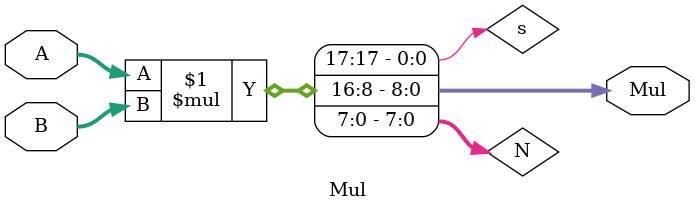
<source format=v>
`define bits 9
module Mul(A, B, Mul);
	input signed [`bits-1:0] A, B;
	output [`bits-1:0] Mul;
	wire s;
	wire [7:0] N;
	
	assign {s, Mul, N} = A * B;
endmodule
</source>
